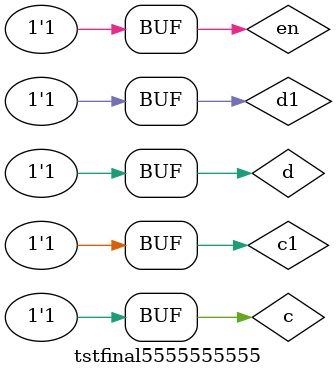
<source format=v>
`timescale 1ns / 1ps


module tstfinal5555555555;

	// Inputs
	reg c;
	reg d;
	reg c1;
	reg d1;
	reg en;

	// Outputs
	wire f;

	// Instantiate the Unit Under Test (UUT)
	final555 uut (
		.c(c), 
		.d(d), 
		.c1(c1), 
		.d1(d1), 
		.en(en), 
		.f(f)
	);

	initial begin
		// Initialize Inputs
		c = 0;
		d = 0;
		c1 = 0;
		d1 = 0;
		en = 0;
		#100;
        
		
		
		c = 0;
		d = 0;
		c1 = 0;
		d1 = 0;
		en = 1;
		#100;
		
		
				c = 1;
		d = 0;
		c1 = 0;
		d1 = 0;
		en = 1;
		#100;
		
		
				c = 0;
		d = 1;
		c1 = 0;
		d1 = 0;
		en = 1;
		#100;
		
				c = 1;
		d = 1;
		c1 = 0;
		d1 = 0;
		en = 1;
		#100;
		
				c = 0;
		d = 0;
		c1 = 1;
		d1 = 0;
		en = 1;
		#100;
		
				c = 1;
		d = 0;
		c1 = 1;
		d1 = 0;
		en = 1;
		#100;


		c = 0;
		d = 1;
		c1 = 1;
		d1 = 0;
		en = 1;
		#100;
		
		
				c = 1;
		d = 1;
		c1 = 1;
		d1 = 0;
		en = 1;
		#100;
		
		
		
				c = 0;
		d = 0;
		c1 = 0;
		d1 = 1;
		en = 1;
		#100;
		
		
		
				c = 1;
		d = 0;
		c1 = 0;
		d1 = 1;
		en = 1;
		#100;
		
		
				c = 0;
		d = 1;
		c1 = 0;
		d1 = 1;
		en = 1;
		#100;
		
		
		
				c = 1;
		d = 1;
		c1 = 0;
		d1 = 1;
		en = 1;
		#100;
		
		
		
		
				c = 0;
		d = 0;
		c1 = 1;
		d1 = 1;
		en = 1;
		#100;
		
		
		
				c = 1;
		d = 0;
		c1 = 1;
		d1 = 1;
		en = 1;
		#100;
		
		
		
				c = 0;
		d = 1;
		c1 = 1;
		d1 = 1;
		en = 1;
		#100;
		
				c = 1;
		d = 1;
		c1 = 1;
		d1 = 1;
		en = 1;
		#100;
		
		
		
		
	end
      
endmodule


</source>
